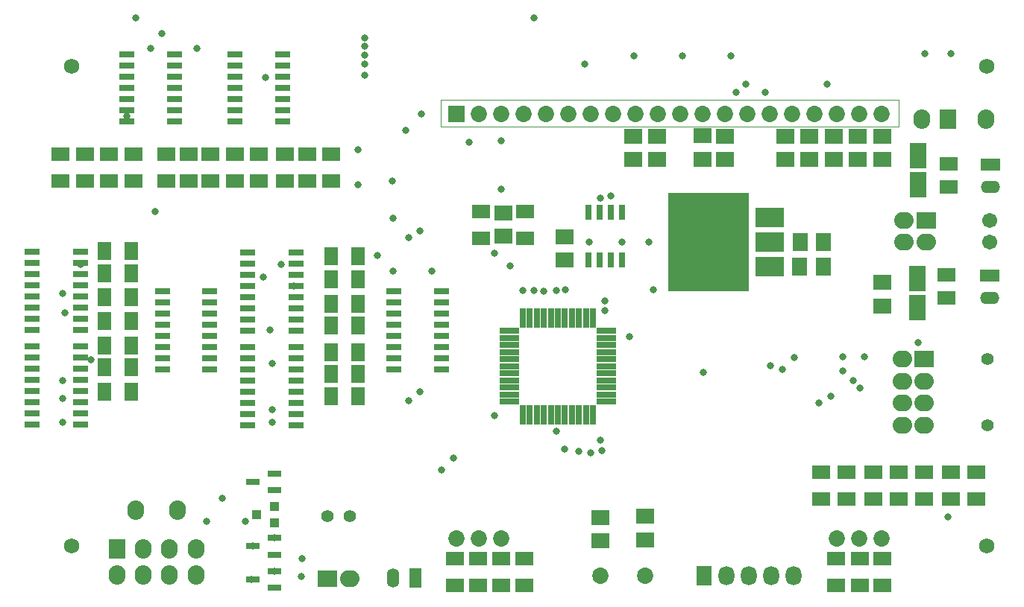
<source format=gbs>
G04*
G04 #@! TF.GenerationSoftware,Altium Limited,Altium Designer,19.1.7 (138)*
G04*
G04 Layer_Color=16711935*
%FSLAX44Y44*%
%MOMM*%
G71*
G01*
G75*
%ADD12C,0.0500*%
%ADD22R,1.6032X2.1032*%
%ADD23R,2.1032X1.6032*%
%ADD27R,1.8532X1.8532*%
%ADD28C,1.8532*%
%ADD29R,1.9032X2.2032*%
%ADD30O,1.9032X2.2032*%
%ADD31R,2.2032X1.9032*%
%ADD32O,2.2032X1.9032*%
%ADD33C,1.4032*%
%ADD34O,2.2032X1.4032*%
%ADD35R,2.2032X1.4032*%
%ADD36C,1.7032*%
%ADD37O,1.4032X2.2032*%
%ADD38R,1.4032X2.2032*%
%ADD39R,1.8032X2.2032*%
%ADD40O,1.8032X2.2032*%
%ADD41C,1.8542*%
%ADD42C,1.7272*%
%ADD43C,0.8032*%
%ADD75R,2.1532X1.8032*%
%ADD76R,1.7532X0.8032*%
%ADD77R,3.2032X2.2032*%
%ADD78R,9.2032X11.2032*%
%ADD79R,1.6032X0.8032*%
%ADD80R,1.1032X1.0032*%
%ADD81R,1.8832X2.9032*%
%ADD82R,0.8032X1.7532*%
%ADD83R,2.0032X1.6032*%
%ADD84R,1.8032X2.1532*%
%ADD85R,1.7232X0.8032*%
%ADD86R,2.2032X0.6532*%
%ADD87R,0.6532X2.2032*%
D12*
X738400Y790000D02*
Y821000D01*
X1258150D01*
Y790000D01*
X738400D01*
D22*
X386750Y489000D02*
D03*
Y516500D02*
D03*
Y541500D02*
D03*
Y569000D02*
D03*
Y596500D02*
D03*
Y624000D02*
D03*
Y649000D02*
D03*
X356250D02*
D03*
Y624000D02*
D03*
Y596500D02*
D03*
Y569000D02*
D03*
Y541500D02*
D03*
Y516500D02*
D03*
Y489000D02*
D03*
X613750Y484000D02*
D03*
X644250D02*
D03*
Y509000D02*
D03*
Y534000D02*
D03*
Y564000D02*
D03*
Y589000D02*
D03*
X644250Y616500D02*
D03*
Y643000D02*
D03*
X613750D02*
D03*
Y616500D02*
D03*
X613750Y589000D02*
D03*
Y564000D02*
D03*
Y534000D02*
D03*
Y509000D02*
D03*
D23*
X614000Y728750D02*
D03*
Y759250D02*
D03*
X586500Y759000D02*
D03*
Y728500D02*
D03*
X561500Y759250D02*
D03*
Y728750D02*
D03*
X531500Y759250D02*
D03*
Y728750D02*
D03*
X504000Y759250D02*
D03*
Y728750D02*
D03*
X476500Y759250D02*
D03*
Y728750D02*
D03*
X451500Y759250D02*
D03*
Y728750D02*
D03*
X426500Y759250D02*
D03*
Y728750D02*
D03*
X389000Y759250D02*
D03*
Y728750D02*
D03*
X361500Y759250D02*
D03*
Y728750D02*
D03*
X334000Y759250D02*
D03*
X306500D02*
D03*
Y728750D02*
D03*
X334000D02*
D03*
X754000Y299250D02*
D03*
X780000D02*
D03*
Y268750D02*
D03*
X754000D02*
D03*
X806500D02*
D03*
X833000D02*
D03*
Y299250D02*
D03*
X806500D02*
D03*
X1170000Y366750D02*
D03*
Y397250D02*
D03*
X1199000Y366750D02*
D03*
X1229000D02*
D03*
X1258000D02*
D03*
X1287000D02*
D03*
X1317000D02*
D03*
X1346000D02*
D03*
Y397250D02*
D03*
X1317000D02*
D03*
X1287000D02*
D03*
X1258000D02*
D03*
X1229000D02*
D03*
X1199000D02*
D03*
X1186500Y299250D02*
D03*
Y268750D02*
D03*
X1214000D02*
D03*
X1239000D02*
D03*
Y299250D02*
D03*
X1214000D02*
D03*
X834000Y694250D02*
D03*
Y663750D02*
D03*
X784000Y694250D02*
D03*
Y663750D02*
D03*
D27*
X755600Y805000D02*
D03*
D28*
X755600Y322400D02*
D03*
X781000D02*
D03*
X806400D02*
D03*
X1187400D02*
D03*
X1212800D02*
D03*
X1238200D02*
D03*
Y805000D02*
D03*
X1212800D02*
D03*
X1187400D02*
D03*
X1162000D02*
D03*
X1136600D02*
D03*
X1111200D02*
D03*
X1085800D02*
D03*
X1060400D02*
D03*
X1035000D02*
D03*
X1009600D02*
D03*
X984200D02*
D03*
X958800D02*
D03*
X933400D02*
D03*
X908000D02*
D03*
X882600D02*
D03*
X857200D02*
D03*
X831800D02*
D03*
X806400D02*
D03*
X781000D02*
D03*
D29*
X370303Y310752D02*
D03*
X1314000Y799000D02*
D03*
D30*
X370303Y280752D02*
D03*
X400303D02*
D03*
X430303D02*
D03*
X460303D02*
D03*
Y310752D02*
D03*
X438903Y353952D02*
D03*
X430303Y310752D02*
D03*
X391903Y353952D02*
D03*
X400303Y310752D02*
D03*
X1284000Y799000D02*
D03*
X1357250D02*
D03*
D31*
X609500Y276100D02*
D03*
X1287000Y526000D02*
D03*
X1289200Y684000D02*
D03*
D32*
X634500Y276100D02*
D03*
X1262000Y451000D02*
D03*
X1287000D02*
D03*
Y476000D02*
D03*
Y501000D02*
D03*
X1262000Y526000D02*
D03*
Y501000D02*
D03*
Y476000D02*
D03*
X1289200Y659000D02*
D03*
X1264200Y684000D02*
D03*
Y659000D02*
D03*
D33*
X609500Y347900D02*
D03*
X634500D02*
D03*
X1358800Y451000D02*
D03*
Y526000D02*
D03*
D34*
X1361000Y595600D02*
D03*
X1362000Y721600D02*
D03*
D35*
X1361000Y621000D02*
D03*
X1362000Y747000D02*
D03*
D36*
X1361000Y659000D02*
D03*
Y684000D02*
D03*
D37*
X684000Y277000D02*
D03*
D38*
X709400Y277000D02*
D03*
D39*
X1037200Y280000D02*
D03*
D40*
X1062600Y280000D02*
D03*
X1088000D02*
D03*
X1113400D02*
D03*
X1138800D02*
D03*
D41*
X919200Y280000D02*
D03*
X970000D02*
D03*
D42*
X319000Y314000D02*
D03*
Y859000D02*
D03*
X1358000Y314000D02*
D03*
Y859000D02*
D03*
D43*
X472599Y341750D02*
D03*
X489599Y367750D02*
D03*
X516000Y342000D02*
D03*
X525000Y313457D02*
D03*
X549000Y284957D02*
D03*
X580099Y278750D02*
D03*
X580599Y299750D02*
D03*
X549000Y322957D02*
D03*
X549000Y358957D02*
D03*
X523000Y276000D02*
D03*
X546500Y454000D02*
D03*
Y469000D02*
D03*
Y521500D02*
D03*
X544000Y559000D02*
D03*
X571500Y609000D02*
D03*
X556500Y634000D02*
D03*
X536500Y619000D02*
D03*
X666500Y644000D02*
D03*
X684000Y626500D02*
D03*
X701500Y664000D02*
D03*
X727750Y626500D02*
D03*
X799000Y646500D02*
D03*
X817000Y632000D02*
D03*
X831500Y604000D02*
D03*
X844000D02*
D03*
X855000Y603000D02*
D03*
X869000Y604000D02*
D03*
X879625Y604625D02*
D03*
X879760Y638510D02*
D03*
X906500Y659000D02*
D03*
X944000D02*
D03*
X974000D02*
D03*
X924000Y592000D02*
D03*
Y581000D02*
D03*
X952000Y552000D02*
D03*
X979000Y605000D02*
D03*
X1036000Y511000D02*
D03*
X1112000Y519000D02*
D03*
X1126000Y514000D02*
D03*
X1139000Y528000D02*
D03*
X1167500Y476500D02*
D03*
X1181000Y484000D02*
D03*
X1214000Y493000D02*
D03*
X1206500Y501500D02*
D03*
X1219000Y529000D02*
D03*
X1194000D02*
D03*
Y513000D02*
D03*
X1279798Y544809D02*
D03*
X1314000Y721500D02*
D03*
X1176500Y839000D02*
D03*
X1106500Y829000D02*
D03*
X1084000Y839000D02*
D03*
X1073500Y829500D02*
D03*
X1067250Y871250D02*
D03*
X1012250D02*
D03*
X957250D02*
D03*
X901500Y861500D02*
D03*
X844000Y914000D02*
D03*
X770250Y772375D02*
D03*
X806500Y774000D02*
D03*
Y719000D02*
D03*
X698000Y786000D02*
D03*
X716000Y805000D02*
D03*
X683000Y729000D02*
D03*
X644000Y764000D02*
D03*
X613000Y725000D02*
D03*
X644000Y724000D02*
D03*
X684000Y686500D02*
D03*
X714000Y672000D02*
D03*
X588000Y725000D02*
D03*
X562000D02*
D03*
X537000D02*
D03*
X503000D02*
D03*
X478000D02*
D03*
X453000D02*
D03*
X427000D02*
D03*
X391000D02*
D03*
X365000Y726000D02*
D03*
X339950Y725950D02*
D03*
X311500Y726500D02*
D03*
X382000Y802000D02*
D03*
X461500Y879000D02*
D03*
X421500Y896500D02*
D03*
X391500Y914000D02*
D03*
X409000Y879000D02*
D03*
X539000Y846500D02*
D03*
X651500Y849000D02*
D03*
Y861500D02*
D03*
Y871500D02*
D03*
Y881500D02*
D03*
Y891500D02*
D03*
X919000Y709000D02*
D03*
X931500Y711500D02*
D03*
X714000Y489000D02*
D03*
X701500Y479000D02*
D03*
X752206Y413567D02*
D03*
X739000Y400000D02*
D03*
X799000Y461500D02*
D03*
X869000Y444000D02*
D03*
X879000Y424000D02*
D03*
X894652Y421341D02*
D03*
X908298Y419926D02*
D03*
X919000Y434000D02*
D03*
X921117Y422000D02*
D03*
X1314000Y346500D02*
D03*
X1317250Y873750D02*
D03*
X1287250D02*
D03*
X414000Y694000D02*
D03*
X329000Y633999D02*
D03*
X309000Y600454D02*
D03*
X311500Y579000D02*
D03*
X309000Y501500D02*
D03*
Y481500D02*
D03*
Y454000D02*
D03*
X341000Y525750D02*
D03*
D75*
X809000Y665750D02*
D03*
Y692250D02*
D03*
X879000Y638750D02*
D03*
Y665250D02*
D03*
X984000Y753250D02*
D03*
Y779750D02*
D03*
X956500D02*
D03*
Y753250D02*
D03*
X1035000Y753500D02*
D03*
Y780000D02*
D03*
X1060250Y779750D02*
D03*
Y753250D02*
D03*
X1129000Y753250D02*
D03*
Y779750D02*
D03*
X1156500D02*
D03*
Y753250D02*
D03*
X1184000D02*
D03*
Y779750D02*
D03*
X1211500D02*
D03*
Y753250D02*
D03*
X1239000D02*
D03*
Y779750D02*
D03*
Y613250D02*
D03*
Y586750D02*
D03*
X970000Y347250D02*
D03*
Y320750D02*
D03*
X919000Y346250D02*
D03*
Y319750D02*
D03*
D76*
X476000Y514550D02*
D03*
Y527250D02*
D03*
Y539950D02*
D03*
Y552650D02*
D03*
Y565350D02*
D03*
Y578050D02*
D03*
Y590750D02*
D03*
Y603450D02*
D03*
X422000D02*
D03*
Y590750D02*
D03*
Y578050D02*
D03*
Y565350D02*
D03*
Y552650D02*
D03*
Y539950D02*
D03*
Y527250D02*
D03*
Y514550D02*
D03*
X684500D02*
D03*
Y527250D02*
D03*
Y539950D02*
D03*
Y552650D02*
D03*
Y565350D02*
D03*
Y578050D02*
D03*
Y590750D02*
D03*
Y603450D02*
D03*
X738500Y552650D02*
D03*
Y539950D02*
D03*
Y527250D02*
D03*
Y514550D02*
D03*
Y565350D02*
D03*
Y578050D02*
D03*
Y590750D02*
D03*
Y603450D02*
D03*
X558500Y795900D02*
D03*
Y808600D02*
D03*
Y821300D02*
D03*
Y834000D02*
D03*
Y846700D02*
D03*
Y859400D02*
D03*
Y872100D02*
D03*
X504500D02*
D03*
Y859400D02*
D03*
Y846700D02*
D03*
Y834000D02*
D03*
Y821300D02*
D03*
Y808600D02*
D03*
Y795900D02*
D03*
X436000Y872100D02*
D03*
Y859400D02*
D03*
Y846700D02*
D03*
Y834000D02*
D03*
Y821300D02*
D03*
Y808600D02*
D03*
Y795900D02*
D03*
X382000Y846700D02*
D03*
Y859400D02*
D03*
Y834000D02*
D03*
Y821300D02*
D03*
Y808600D02*
D03*
Y795900D02*
D03*
Y872100D02*
D03*
D77*
X1111500Y631100D02*
D03*
Y659000D02*
D03*
Y686900D02*
D03*
D78*
X1042000Y659000D02*
D03*
D79*
X525000Y275457D02*
D03*
X549000Y265957D02*
D03*
Y284957D02*
D03*
Y303957D02*
D03*
Y322957D02*
D03*
X525000Y313457D02*
D03*
X549000Y376957D02*
D03*
Y395957D02*
D03*
X525000Y386457D02*
D03*
D80*
X529000Y349457D02*
D03*
X549000Y339957D02*
D03*
Y358957D02*
D03*
D81*
X1279000Y585000D02*
D03*
Y617500D02*
D03*
X1280000Y724500D02*
D03*
Y757000D02*
D03*
D82*
X905950Y639000D02*
D03*
X918650D02*
D03*
X931350D02*
D03*
X944050D02*
D03*
Y693000D02*
D03*
X931350D02*
D03*
X918650D02*
D03*
X905950D02*
D03*
D83*
X1312000Y596000D02*
D03*
Y622000D02*
D03*
X1315000Y722000D02*
D03*
Y748000D02*
D03*
D84*
X1145500Y631250D02*
D03*
X1172000D02*
D03*
X1172250Y659000D02*
D03*
X1145750D02*
D03*
D85*
X329000Y452050D02*
D03*
Y464750D02*
D03*
Y477450D02*
D03*
Y490150D02*
D03*
Y502850D02*
D03*
Y515550D02*
D03*
Y528250D02*
D03*
Y540950D02*
D03*
Y559550D02*
D03*
Y572250D02*
D03*
Y584950D02*
D03*
Y597650D02*
D03*
Y610350D02*
D03*
Y623050D02*
D03*
Y635750D02*
D03*
Y648450D02*
D03*
X274000D02*
D03*
Y635750D02*
D03*
Y623050D02*
D03*
Y610350D02*
D03*
Y597650D02*
D03*
Y584950D02*
D03*
Y572250D02*
D03*
Y559550D02*
D03*
Y540950D02*
D03*
Y528250D02*
D03*
Y515550D02*
D03*
Y502850D02*
D03*
Y490150D02*
D03*
Y477450D02*
D03*
Y464750D02*
D03*
Y452050D02*
D03*
X519000Y450500D02*
D03*
Y463200D02*
D03*
Y475900D02*
D03*
Y488600D02*
D03*
Y501300D02*
D03*
Y514000D02*
D03*
Y526700D02*
D03*
Y539400D02*
D03*
X519000Y558600D02*
D03*
Y571300D02*
D03*
Y584000D02*
D03*
Y596700D02*
D03*
Y609400D02*
D03*
Y622100D02*
D03*
Y634800D02*
D03*
Y647500D02*
D03*
X574000Y609400D02*
D03*
Y596700D02*
D03*
Y584000D02*
D03*
Y571300D02*
D03*
Y558600D02*
D03*
X574000Y539400D02*
D03*
Y526700D02*
D03*
Y514000D02*
D03*
Y501300D02*
D03*
Y488600D02*
D03*
Y475900D02*
D03*
Y463200D02*
D03*
Y450500D02*
D03*
X574000Y622100D02*
D03*
Y634800D02*
D03*
Y647500D02*
D03*
D86*
X816000Y478000D02*
D03*
Y486000D02*
D03*
Y494000D02*
D03*
Y502000D02*
D03*
Y510000D02*
D03*
Y518000D02*
D03*
Y526000D02*
D03*
Y534000D02*
D03*
Y542000D02*
D03*
Y550000D02*
D03*
Y558000D02*
D03*
X926000Y494000D02*
D03*
Y486000D02*
D03*
Y478000D02*
D03*
Y502000D02*
D03*
Y510000D02*
D03*
Y518000D02*
D03*
Y526000D02*
D03*
Y534000D02*
D03*
Y542000D02*
D03*
Y550000D02*
D03*
Y558000D02*
D03*
D87*
X831000Y463000D02*
D03*
X839000D02*
D03*
X847000D02*
D03*
X855000D02*
D03*
X863000D02*
D03*
X871000D02*
D03*
X879000D02*
D03*
X887000D02*
D03*
X895000D02*
D03*
X903000D02*
D03*
X911000D02*
D03*
Y573000D02*
D03*
X903000D02*
D03*
X895000D02*
D03*
X887000D02*
D03*
X879000D02*
D03*
X871000D02*
D03*
X863000D02*
D03*
X855000D02*
D03*
X847000D02*
D03*
X839000D02*
D03*
X831000D02*
D03*
M02*

</source>
